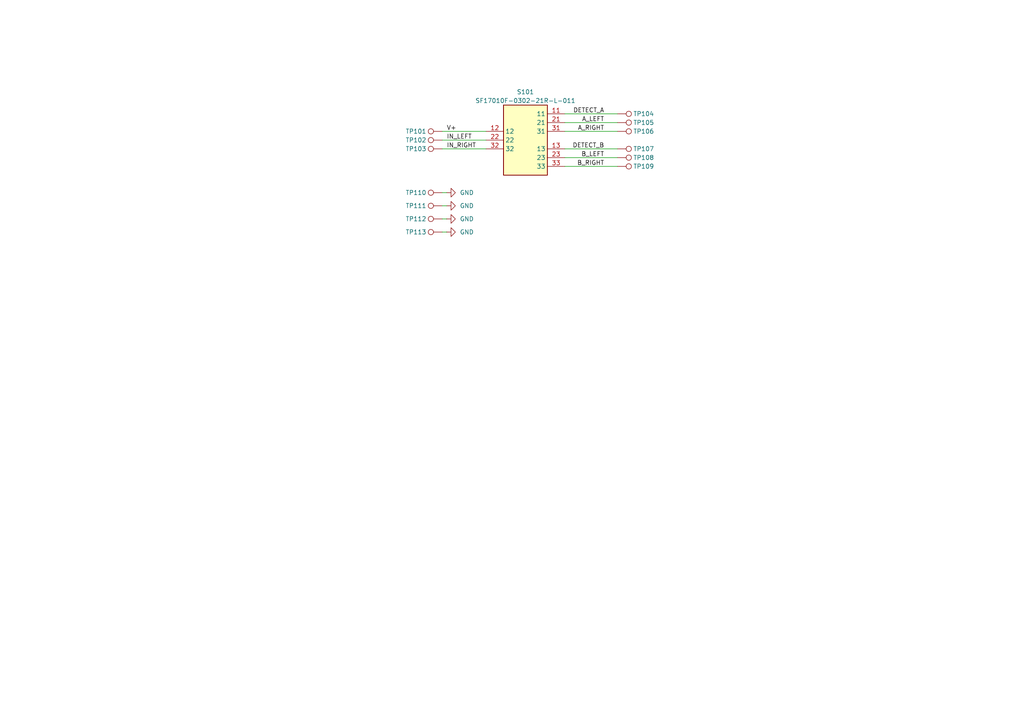
<source format=kicad_sch>
(kicad_sch (version 20231120) (generator "eeschema") (generator_version "8.0")
  (paper "A4")
  (lib_symbols
    (symbol "Connector:TestPoint" (pin_numbers hide) (pin_names (offset 0.762) hide)
      (property "Reference" "TP" (at 0 6.858 0))
      (property "Value" "TestPoint" (at 0 5.08 0))
      (symbol "TestPoint_0_1"
        (circle (center 0 3.302) (radius 0.762))
      )
      (symbol "TestPoint_1_1"
        (pin passive line (at 0 0 90) (length 2.54) (name "1") (number "1"))
      )
    )
    (symbol "SF17010F-0302-21R-L-011:SF17010F-0302-21R-L-011"
      (property "Reference" "S101" (at 11.43 7.62 0))
      (property "Value" "SF17010F-0302-21R-L-011" (at 11.43 5.08 0))
      (symbol "SF17010F-0302-21R-L-011_1_1"
        (rectangle (start 5.08 2.54) (end 17.78 -17.78) (stroke (width 0.254)) (fill (type background)))
        (pin passive line (at 22.86 0 180) (length 5.08) (name "11") (number "11"))
        (pin passive line (at 0 -5.08 0) (length 5.08) (name "12") (number "12"))
        (pin passive line (at 22.86 -10.16 180) (length 5.08) (name "13") (number "13"))
        (pin passive line (at 22.86 -2.54 180) (length 5.08) (name "21") (number "21"))
        (pin passive line (at 0 -7.62 0) (length 5.08) (name "22") (number "22"))
        (pin passive line (at 22.86 -12.7 180) (length 5.08) (name "23") (number "23"))
        (pin passive line (at 22.86 -5.08 180) (length 5.08) (name "31") (number "31"))
        (pin passive line (at 0 -10.16 0) (length 5.08) (name "32") (number "32"))
        (pin passive line (at 22.86 -15.24 180) (length 5.08) (name "33") (number "33"))
      )
    )
    (symbol "power:GND" (power) (pin_numbers hide) (pin_names (offset 0) hide)
      (property "Value" "GND" (at 0 -3.81 0))
      (symbol "GND_0_1"
        (polyline (pts (xy 0 0) (xy 0 -1.27) (xy 1.27 -1.27) (xy 0 -2.54) (xy -1.27 -1.27) (xy 0 -1.27)))
      )
      (symbol "GND_1_1"
        (pin power_in line (at 0 0 270) (length 0) (name "~") (number "1"))
      )
    )
  )
  (wire (pts (xy 128.27 55.88) (xy 129.54 55.88)))
  (wire (pts (xy 163.83 43.18) (xy 179.07 43.18)))
  (wire (pts (xy 163.83 48.26) (xy 179.07 48.26)))
  (wire (pts (xy 163.83 38.1) (xy 179.07 38.1)))
  (wire (pts (xy 128.27 38.1) (xy 140.97 38.1)))
  (wire (pts (xy 163.83 35.56) (xy 179.07 35.56)))
  (wire (pts (xy 128.27 67.31) (xy 129.54 67.31)))
  (wire (pts (xy 163.83 45.72) (xy 179.07 45.72)))
  (wire (pts (xy 163.83 33.02) (xy 179.07 33.02)))
  (wire (pts (xy 128.27 40.64) (xy 140.97 40.64)))
  (wire (pts (xy 128.27 63.5) (xy 129.54 63.5)))
  (wire (pts (xy 128.27 43.18) (xy 140.97 43.18)))
  (wire (pts (xy 128.27 59.69) (xy 129.54 59.69)))
  (label "B_LEFT" (at 175.26 45.72 180))
  (label "IN_LEFT" (at 129.54 40.64 0))
  (label "IN_RIGHT" (at 129.54 43.18 0))
  (label "A_RIGHT" (at 175.26 38.1 180))
  (label "DETECT_B" (at 175.26 43.18 180))
  (label "B_RIGHT" (at 175.26 48.26 180))
  (label "DETECT_A" (at 175.26 33.02 180))
  (label "A_LEFT" (at 175.26 35.56 180))
  (label "V+" (at 129.54 38.1 0))
  (symbol (lib_id "Connector:TestPoint") (at 128.27 63.5 90) (unit 1)
    (property "Reference" "TP112" (at 120.65 63.5 90))
    (property "Value" "TestPoint" (effects (hide yes)))
    (property "Footprint" "TestPoint:TestPoint_Pad_D2.0mm" (effects (hide yes)))
    (property "Description" "test point" (effects (hide yes)))
  )
  (symbol (lib_id "Connector:TestPoint") (at 179.07 48.26 270) (unit 1)
    (property "Reference" "TP109" (at 186.69 48.26 90))
    (property "Value" "TestPoint" (effects (hide yes)))
    (property "Footprint" "TestPoint:TestPoint_Pad_D2.0mm" (effects (hide yes)))
    (property "Description" "test point" (effects (hide yes)))
  )
  (symbol (lib_id "Connector:TestPoint") (at 128.27 38.1 90) (unit 1)
    (property "Reference" "TP101" (at 120.65 38.1 90))
    (property "Value" "TestPoint" (effects (hide yes)))
    (property "Footprint" "TestPoint:TestPoint_Pad_D2.0mm" (effects (hide yes)))
    (property "Description" "test point" (effects (hide yes)))
  )
  (symbol (lib_id "Connector:TestPoint") (at 128.27 67.31 90) (unit 1)
    (property "Reference" "TP113" (at 120.65 67.31 90))
    (property "Value" "TestPoint" (effects (hide yes)))
    (property "Footprint" "TestPoint:TestPoint_Pad_D2.0mm" (effects (hide yes)))
    (property "Description" "test point" (effects (hide yes)))
  )
  (symbol (lib_id "Connector:TestPoint") (at 128.27 59.69 90) (unit 1)
    (property "Reference" "TP111" (at 120.65 59.69 90))
    (property "Value" "TestPoint" (effects (hide yes)))
    (property "Footprint" "TestPoint:TestPoint_Pad_D2.0mm" (effects (hide yes)))
    (property "Description" "test point" (effects (hide yes)))
  )
  (symbol (lib_id "Connector:TestPoint") (at 179.07 33.02 270) (unit 1)
    (property "Reference" "TP104" (at 186.69 33.02 90))
    (property "Value" "TestPoint" (effects (hide yes)))
    (property "Footprint" "TestPoint:TestPoint_Pad_D2.0mm" (effects (hide yes)))
    (property "Description" "test point" (effects (hide yes)))
  )
  (symbol (lib_id "Connector:TestPoint") (at 128.27 55.88 90) (unit 1)
    (property "Reference" "TP110" (at 120.65 55.88 90))
    (property "Value" "TestPoint" (effects (hide yes)))
    (property "Footprint" "TestPoint:TestPoint_Pad_D2.0mm" (effects (hide yes)))
    (property "Description" "test point" (effects (hide yes)))
  )
  (symbol (lib_id "power:GND") (at 129.54 63.5 90) (unit 1)
    (property "Reference" "#PWR0103" (effects (hide yes)))
    (property "Value" "GND" (at 133.35 63.5 90) (effects (justify right)))
    (property "Description" "Power symbol creates a global label with name \"GND\" , ground" (effects (hide yes)))
  )
  (symbol (lib_id "power:GND") (at 129.54 55.88 90) (unit 1)
    (property "Reference" "#PWR0101" (effects (hide yes)))
    (property "Value" "GND" (at 133.35 55.88 90) (effects (justify right)))
    (property "Description" "Power symbol creates a global label with name \"GND\" , ground" (effects (hide yes)))
  )
  (symbol (lib_id "Connector:TestPoint") (at 128.27 43.18 90) (unit 1)
    (property "Reference" "TP103" (at 120.65 43.18 90))
    (property "Value" "TestPoint" (effects (hide yes)))
    (property "Footprint" "TestPoint:TestPoint_Pad_D2.0mm" (effects (hide yes)))
    (property "Description" "test point" (effects (hide yes)))
  )
  (symbol (lib_id "Connector:TestPoint") (at 179.07 45.72 270) (unit 1)
    (property "Reference" "TP108" (at 186.69 45.72 90))
    (property "Value" "TestPoint" (effects (hide yes)))
    (property "Footprint" "TestPoint:TestPoint_Pad_D2.0mm" (effects (hide yes)))
    (property "Description" "test point" (effects (hide yes)))
  )
  (symbol (lib_id "power:GND") (at 129.54 67.31 90) (unit 1)
    (property "Reference" "#PWR0104" (effects (hide yes)))
    (property "Value" "GND" (at 133.35 67.31 90) (effects (justify right)))
    (property "Description" "Power symbol creates a global label with name \"GND\" , ground" (effects (hide yes)))
  )
  (symbol (lib_id "Connector:TestPoint") (at 128.27 40.64 90) (unit 1)
    (property "Reference" "TP102" (at 120.65 40.64 90))
    (property "Value" "TestPoint" (effects (hide yes)))
    (property "Footprint" "TestPoint:TestPoint_Pad_D2.0mm" (effects (hide yes)))
    (property "Description" "test point" (effects (hide yes)))
  )
  (symbol (lib_id "SF17010F-0302-21R-L-011:SF17010F-0302-21R-L-011") (at 140.97 33.02 0) (unit 1)
    (property "Reference" "S101" (at 152.4 26.67 0))
    (property "Value" "SF17010F-0302-21R-L-011" (at 152.4 29.21 0))
    (property "Footprint" "SF17010F-0302-21R-L-011:SF17010F030221RL011" (effects (hide yes)))
    (property "Datasheet" "https://componentsearchengine.com/Datasheets/1/SF17010F-0302-21R-L-011.pdf" (effects (hide yes)))
    (property "Description" "Pushbutton Switches 3PDT STOMP/FOOT SW LATCHING 1A9VDC 9LUG" (effects (hide yes)))
    (property "Height" "38.2" (effects (hide yes)))
    (property "Manufacturer_Name" "Alpha (Taiwan)" (effects (hide yes)))
    (property "Manufacturer_Part_Number" "SF17010F-0302-21R-L-011" (effects (hide yes)))
    (property "Mouser Part Number" "107-SF17010F-32-21RL" (effects (hide yes)))
    (property "Mouser Price/Stock" "https://www.mouser.co.uk/ProductDetail/Alpha-Taiwan/SF17010F-0302-21R-L-011?qs=8%252Br4Hz5Xir8bCjtqQw5R5A%3D%3D" (effects (hide yes)))
  )
  (symbol (lib_id "Connector:TestPoint") (at 179.07 38.1 270) (unit 1)
    (property "Reference" "TP106" (at 186.69 38.1 90))
    (property "Value" "TestPoint" (effects (hide yes)))
    (property "Footprint" "TestPoint:TestPoint_Pad_D2.0mm" (effects (hide yes)))
    (property "Description" "test point" (effects (hide yes)))
  )
  (symbol (lib_id "power:GND") (at 129.54 59.69 90) (unit 1)
    (property "Reference" "#PWR0102" (effects (hide yes)))
    (property "Value" "GND" (at 133.35 59.69 90) (effects (justify right)))
    (property "Description" "Power symbol creates a global label with name \"GND\" , ground" (effects (hide yes)))
  )
  (symbol (lib_id "Connector:TestPoint") (at 179.07 43.18 270) (unit 1)
    (property "Reference" "TP107" (at 186.69 43.18 90))
    (property "Value" "TestPoint" (effects (hide yes)))
    (property "Footprint" "TestPoint:TestPoint_Pad_D2.0mm" (effects (hide yes)))
    (property "Description" "test point" (effects (hide yes)))
  )
  (symbol (lib_id "Connector:TestPoint") (at 179.07 35.56 270) (unit 1)
    (property "Reference" "TP105" (at 186.69 35.56 90))
    (property "Value" "TestPoint" (effects (hide yes)))
    (property "Footprint" "TestPoint:TestPoint_Pad_D2.0mm" (effects (hide yes)))
    (property "Description" "test point" (effects (hide yes)))
  )
)
</source>
